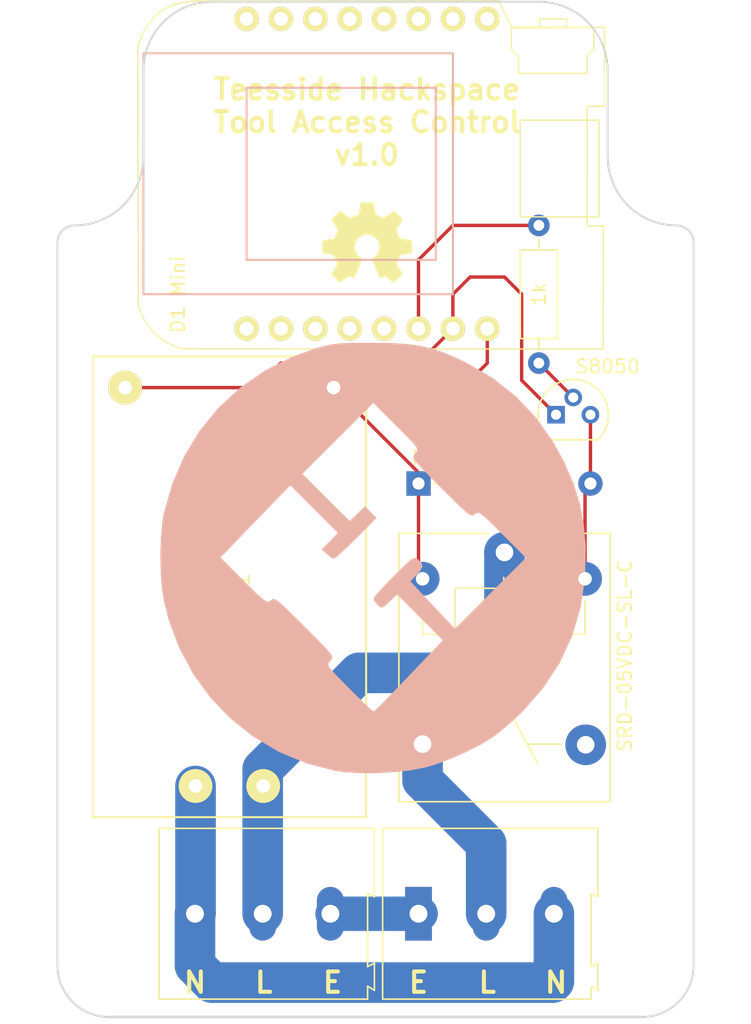
<source format=kicad_pcb>
(kicad_pcb (version 20171130) (host pcbnew "(5.0.0-3-g5ebb6b6)")

  (general
    (thickness 1.6)
    (drawings 21)
    (tracks 42)
    (zones 0)
    (modules 14)
    (nets 1)
  )

  (page A4)
  (layers
    (0 F.Cu signal)
    (31 B.Cu signal)
    (32 B.Adhes user)
    (33 F.Adhes user)
    (34 B.Paste user)
    (35 F.Paste user)
    (36 B.SilkS user)
    (37 F.SilkS user)
    (38 B.Mask user)
    (39 F.Mask user)
    (40 Dwgs.User user)
    (41 Cmts.User user)
    (42 Eco1.User user)
    (43 Eco2.User user)
    (44 Edge.Cuts user)
    (45 Margin user)
    (46 B.CrtYd user)
    (47 F.CrtYd user)
    (48 B.Fab user)
    (49 F.Fab user)
  )

  (setup
    (last_trace_width 0.25)
    (user_trace_width 1)
    (user_trace_width 2.54)
    (user_trace_width 3)
    (trace_clearance 0.2)
    (zone_clearance 0.508)
    (zone_45_only no)
    (trace_min 0.2)
    (segment_width 0.2)
    (edge_width 0.15)
    (via_size 0.8)
    (via_drill 0.4)
    (via_min_size 0.4)
    (via_min_drill 0.3)
    (uvia_size 0.3)
    (uvia_drill 0.1)
    (uvias_allowed no)
    (uvia_min_size 0.2)
    (uvia_min_drill 0.1)
    (pcb_text_width 0.3)
    (pcb_text_size 1.5 1.5)
    (mod_edge_width 0.15)
    (mod_text_size 1 1)
    (mod_text_width 0.15)
    (pad_size 1.524 1.524)
    (pad_drill 0.762)
    (pad_to_mask_clearance 0.2)
    (aux_axis_origin 0 0)
    (visible_elements FFFFFF7F)
    (pcbplotparams
      (layerselection 0x010fc_ffffffff)
      (usegerberextensions false)
      (usegerberattributes false)
      (usegerberadvancedattributes false)
      (creategerberjobfile false)
      (excludeedgelayer true)
      (linewidth 0.100000)
      (plotframeref false)
      (viasonmask false)
      (mode 1)
      (useauxorigin false)
      (hpglpennumber 1)
      (hpglpenspeed 20)
      (hpglpendiameter 15.000000)
      (psnegative false)
      (psa4output false)
      (plotreference true)
      (plotvalue true)
      (plotinvisibletext false)
      (padsonsilk false)
      (subtractmaskfromsilk false)
      (outputformat 1)
      (mirror false)
      (drillshape 1)
      (scaleselection 1)
      (outputdirectory ""))
  )

  (net 0 "")

  (net_class Default "This is the default net class."
    (clearance 0.2)
    (trace_width 0.25)
    (via_dia 0.8)
    (via_drill 0.4)
    (uvia_dia 0.3)
    (uvia_drill 0.1)
  )

  (module MountingHole:MountingHole_3.5mm (layer F.Cu) (tedit 5C16F2E8) (tstamp 5C18E8B6)
    (at 101.6 137.16)
    (descr "Mounting Hole 3.5mm, no annular")
    (tags "mounting hole 3.5mm no annular")
    (attr virtual)
    (fp_text reference REF** (at 0 -4.5) (layer F.SilkS) hide
      (effects (font (size 1 1) (thickness 0.15)))
    )
    (fp_text value MountingHole_3.5mm (at 0 4.5) (layer F.Fab)
      (effects (font (size 1 1) (thickness 0.15)))
    )
    (fp_text user %R (at 0.3 0) (layer F.Fab)
      (effects (font (size 1 1) (thickness 0.15)))
    )
    (fp_circle (center 0 0) (end 3.5 0) (layer Cmts.User) (width 0.15))
    (fp_circle (center 0 0) (end 3.75 0) (layer F.CrtYd) (width 0.05))
    (pad 1 np_thru_hole circle (at 0 0) (size 3.5 3.5) (drill 3.5) (layers *.Cu *.Mask))
  )

  (module Module:D1_mini_board (layer F.Cu) (tedit 5C16F76D) (tstamp 5C185E67)
    (at 121.92 81.28 90)
    (fp_text reference "D1 Mini" (at -8.89 -15.24 90) (layer F.SilkS)
      (effects (font (size 1 1) (thickness 0.15)))
    )
    (fp_text value D1_mini_board (at 1.27 -19.05 90) (layer F.Fab)
      (effects (font (size 1 1) (thickness 0.15)))
    )
    (fp_text user WeMos (at 0 -15.24 90) (layer F.SilkS) hide
      (effects (font (size 3 3) (thickness 0.15)))
    )
    (fp_line (start -6.35 3.81) (end -6.35 -10.16) (layer B.SilkS) (width 0.15))
    (fp_line (start -6.35 -10.16) (end 6.35 -10.16) (layer B.SilkS) (width 0.15))
    (fp_line (start 6.35 -10.16) (end 6.35 3.81) (layer B.SilkS) (width 0.15))
    (fp_line (start 6.35 3.81) (end -6.35 3.81) (layer B.SilkS) (width 0.15))
    (fp_line (start -8.89 5.08) (end 8.89 5.08) (layer B.SilkS) (width 0.15))
    (fp_line (start 8.89 5.08) (end 8.89 -17.78) (layer B.SilkS) (width 0.15))
    (fp_line (start 8.89 -17.78) (end -8.89 -17.78) (layer B.SilkS) (width 0.15))
    (fp_line (start -8.89 -17.78) (end -8.89 5.08) (layer B.SilkS) (width 0.15))
    (fp_line (start 10.817472 16.277228) (end 5.00618 16.277228) (layer F.SilkS) (width 0.1))
    (fp_line (start 5.00618 16.277228) (end 4.979849 14.993795) (layer F.SilkS) (width 0.1))
    (fp_line (start 4.979849 14.993795) (end -3.851373 15.000483) (layer F.SilkS) (width 0.1))
    (fp_line (start -3.851373 15.000483) (end -3.849397 16.202736) (layer F.SilkS) (width 0.1))
    (fp_line (start -3.849397 16.202736) (end -12.930193 16.176658) (layer F.SilkS) (width 0.1))
    (fp_line (start -12.930193 16.176658) (end -12.916195 -14.993493) (layer F.SilkS) (width 0.1))
    (fp_line (start -12.916195 -14.993493) (end -12.683384 -15.596286) (layer F.SilkS) (width 0.1))
    (fp_line (start -12.683384 -15.596286) (end -12.399901 -16.141167) (layer F.SilkS) (width 0.1))
    (fp_line (start -12.399901 -16.141167) (end -12.065253 -16.627577) (layer F.SilkS) (width 0.1))
    (fp_line (start -12.065253 -16.627577) (end -11.678953 -17.054952) (layer F.SilkS) (width 0.1))
    (fp_line (start -11.678953 -17.054952) (end -11.240512 -17.422741) (layer F.SilkS) (width 0.1))
    (fp_line (start -11.240512 -17.422741) (end -10.74944 -17.730377) (layer F.SilkS) (width 0.1))
    (fp_line (start -10.74944 -17.730377) (end -10.20525 -17.97731) (layer F.SilkS) (width 0.1))
    (fp_line (start -10.20525 -17.97731) (end -9.607453 -18.162976) (layer F.SilkS) (width 0.1))
    (fp_line (start -9.607453 -18.162976) (end 9.43046 -18.191734) (layer F.SilkS) (width 0.1))
    (fp_line (start 9.43046 -18.191734) (end 10.049824 -17.957741) (layer F.SilkS) (width 0.1))
    (fp_line (start 10.049824 -17.957741) (end 10.638018 -17.673258) (layer F.SilkS) (width 0.1))
    (fp_line (start 10.638018 -17.673258) (end 11.181445 -17.323743) (layer F.SilkS) (width 0.1))
    (fp_line (start 11.181445 -17.323743) (end 11.666503 -16.894658) (layer F.SilkS) (width 0.1))
    (fp_line (start 11.666503 -16.894658) (end 12.079595 -16.37146) (layer F.SilkS) (width 0.1))
    (fp_line (start 12.079595 -16.37146) (end 12.407122 -15.739613) (layer F.SilkS) (width 0.1))
    (fp_line (start 12.407122 -15.739613) (end 12.635482 -14.984575) (layer F.SilkS) (width 0.1))
    (fp_line (start 12.635482 -14.984575) (end 12.751078 -14.091807) (layer F.SilkS) (width 0.1))
    (fp_line (start 12.751078 -14.091807) (end 12.776026 8.463285) (layer F.SilkS) (width 0.1))
    (fp_line (start 12.776026 8.463285) (end 10.83248 9.424181) (layer F.SilkS) (width 0.1))
    (fp_line (start 10.83248 9.424181) (end 10.802686 16.232524) (layer F.SilkS) (width 0.1))
    (fp_line (start -3.17965 10.051451) (end 3.959931 10.051451) (layer F.SilkS) (width 0.1))
    (fp_line (start 3.959931 10.051451) (end 3.959931 15.865188) (layer F.SilkS) (width 0.1))
    (fp_line (start 3.959931 15.865188) (end -3.17965 15.865188) (layer F.SilkS) (width 0.1))
    (fp_line (start -3.17965 15.865188) (end -3.17965 10.051451) (layer F.SilkS) (width 0.1))
    (fp_line (start 10.7436 9.402349) (end 9.191378 9.402349) (layer F.SilkS) (width 0.1))
    (fp_line (start 9.191378 9.402349) (end 8.662211 9.931515) (layer F.SilkS) (width 0.1))
    (fp_line (start 8.662211 9.931515) (end 7.40985 9.931515) (layer F.SilkS) (width 0.1))
    (fp_line (start 7.40985 9.931515) (end 7.40985 14.993876) (layer F.SilkS) (width 0.1))
    (fp_line (start 7.40985 14.993876) (end 8.697489 14.993876) (layer F.SilkS) (width 0.1))
    (fp_line (start 8.697489 14.993876) (end 9.226656 15.487765) (layer F.SilkS) (width 0.1))
    (fp_line (start 9.226656 15.487765) (end 10.796517 15.487765) (layer F.SilkS) (width 0.1))
    (fp_line (start 10.796517 15.487765) (end 10.7436 9.402349) (layer F.SilkS) (width 0.1))
    (fp_line (start 10.778878 11.483738) (end 11.431517 11.483738) (layer F.SilkS) (width 0.1))
    (fp_line (start 11.431517 11.483738) (end 11.431517 13.476932) (layer F.SilkS) (width 0.1))
    (fp_line (start 11.431517 13.476932) (end 10.814156 13.476932) (layer F.SilkS) (width 0.1))
    (pad 8 thru_hole circle (at -11.43 -10.16 90) (size 1.8 1.8) (drill 1.016) (layers *.Cu *.Mask F.SilkS))
    (pad 7 thru_hole circle (at -11.43 -7.62 90) (size 1.8 1.8) (drill 1.016) (layers *.Cu *.Mask F.SilkS))
    (pad 6 thru_hole circle (at -11.43 -5.08 90) (size 1.8 1.8) (drill 1.016) (layers *.Cu *.Mask F.SilkS))
    (pad 5 thru_hole circle (at -11.43 -2.54 90) (size 1.8 1.8) (drill 1.016) (layers *.Cu *.Mask F.SilkS))
    (pad 4 thru_hole circle (at -11.43 0 90) (size 1.8 1.8) (drill 1.016) (layers *.Cu *.Mask F.SilkS))
    (pad 3 thru_hole circle (at -11.43 2.54 90) (size 1.8 1.8) (drill 1.016) (layers *.Cu *.Mask F.SilkS))
    (pad 2 thru_hole circle (at -11.43 5.08 90) (size 1.8 1.8) (drill 1.016) (layers *.Cu *.Mask F.SilkS))
    (pad 1 thru_hole circle (at -11.43 7.62 90) (size 1.8 1.8) (drill 1.016) (layers *.Cu *.Mask F.SilkS))
    (pad 16 thru_hole circle (at 11.43 7.62 90) (size 1.8 1.8) (drill 1.016) (layers *.Cu *.Mask F.SilkS))
    (pad 15 thru_hole circle (at 11.43 5.08 90) (size 1.8 1.8) (drill 1.016) (layers *.Cu *.Mask F.SilkS))
    (pad 14 thru_hole circle (at 11.43 2.54 90) (size 1.8 1.8) (drill 1.016) (layers *.Cu *.Mask F.SilkS))
    (pad 13 thru_hole circle (at 11.43 0 90) (size 1.8 1.8) (drill 1.016) (layers *.Cu *.Mask F.SilkS))
    (pad 12 thru_hole circle (at 11.43 -2.54 90) (size 1.8 1.8) (drill 1.016) (layers *.Cu *.Mask F.SilkS))
    (pad 11 thru_hole circle (at 11.43 -5.08 90) (size 1.8 1.8) (drill 1.016) (layers *.Cu *.Mask F.SilkS))
    (pad 10 thru_hole circle (at 11.43 -7.62 90) (size 1.8 1.8) (drill 1.016) (layers *.Cu *.Mask F.SilkS))
    (pad 9 thru_hole circle (at 11.43 -10.16 90) (size 1.8 1.8) (drill 1.016) (layers *.Cu *.Mask F.SilkS))
  )

  (module Diode_THT:D_A-405_P12.70mm_Horizontal (layer F.Cu) (tedit 5C16EEA5) (tstamp 5C16EDA4)
    (at 124.46 104.14)
    (descr "Diode, A-405 series, Axial, Horizontal, pin pitch=12.7mm, , length*diameter=5.2*2.7mm^2, , http://www.diodes.com/_files/packages/A-405.pdf")
    (tags "Diode A-405 series Axial Horizontal pin pitch 12.7mm  length 5.2mm diameter 2.7mm")
    (fp_text reference 1N4007 (at 6.35 -2.47) (layer F.SilkS)
      (effects (font (size 1 1) (thickness 0.15)))
    )
    (fp_text value D_A-405_P12.70mm_Horizontal (at 6.35 2.47) (layer F.Fab)
      (effects (font (size 1 1) (thickness 0.15)))
    )
    (fp_text user K (at 0 -1.9) (layer F.SilkS)
      (effects (font (size 1 1) (thickness 0.15)))
    )
    (fp_text user K (at 0 -1.9) (layer F.Fab)
      (effects (font (size 1 1) (thickness 0.15)))
    )
    (fp_text user %R (at 6.74 0) (layer F.Fab)
      (effects (font (size 1 1) (thickness 0.15)))
    )
    (fp_line (start 13.85 -1.6) (end -1.15 -1.6) (layer F.CrtYd) (width 0.05))
    (fp_line (start 13.85 1.6) (end 13.85 -1.6) (layer F.CrtYd) (width 0.05))
    (fp_line (start -1.15 1.6) (end 13.85 1.6) (layer F.CrtYd) (width 0.05))
    (fp_line (start -1.15 -1.6) (end -1.15 1.6) (layer F.CrtYd) (width 0.05))
    (fp_line (start 4.41 -1.47) (end 4.41 1.47) (layer F.SilkS) (width 0.12))
    (fp_line (start 4.65 -1.47) (end 4.65 1.47) (layer F.SilkS) (width 0.12))
    (fp_line (start 4.53 -1.47) (end 4.53 1.47) (layer F.SilkS) (width 0.12))
    (fp_line (start 11.56 0) (end 9.07 0) (layer F.SilkS) (width 0.12))
    (fp_line (start 1.14 0) (end 3.63 0) (layer F.SilkS) (width 0.12))
    (fp_line (start 9.07 -1.47) (end 3.63 -1.47) (layer F.SilkS) (width 0.12))
    (fp_line (start 9.07 1.47) (end 9.07 -1.47) (layer F.SilkS) (width 0.12))
    (fp_line (start 3.63 1.47) (end 9.07 1.47) (layer F.SilkS) (width 0.12))
    (fp_line (start 3.63 -1.47) (end 3.63 1.47) (layer F.SilkS) (width 0.12))
    (fp_line (start 4.43 -1.35) (end 4.43 1.35) (layer F.Fab) (width 0.1))
    (fp_line (start 4.63 -1.35) (end 4.63 1.35) (layer F.Fab) (width 0.1))
    (fp_line (start 4.53 -1.35) (end 4.53 1.35) (layer F.Fab) (width 0.1))
    (fp_line (start 12.7 0) (end 8.95 0) (layer F.Fab) (width 0.1))
    (fp_line (start 0 0) (end 3.75 0) (layer F.Fab) (width 0.1))
    (fp_line (start 8.95 -1.35) (end 3.75 -1.35) (layer F.Fab) (width 0.1))
    (fp_line (start 8.95 1.35) (end 8.95 -1.35) (layer F.Fab) (width 0.1))
    (fp_line (start 3.75 1.35) (end 8.95 1.35) (layer F.Fab) (width 0.1))
    (fp_line (start 3.75 -1.35) (end 3.75 1.35) (layer F.Fab) (width 0.1))
    (pad 2 thru_hole oval (at 12.7 0) (size 1.8 1.8) (drill 0.9) (layers *.Cu *.Mask))
    (pad 1 thru_hole rect (at 0 0) (size 1.8 1.8) (drill 0.9) (layers *.Cu *.Mask))
    (model ${KISYS3DMOD}/Diode_THT.3dshapes/D_A-405_P12.70mm_Horizontal.wrl
      (at (xyz 0 0 0))
      (scale (xyz 1 1 1))
      (rotate (xyz 0 0 0))
    )
  )

  (module TerminalBlock:TerminalBlock_Altech_AK300-3_P5.00mm (layer F.Cu) (tedit 5C16EEB9) (tstamp 5C1949C6)
    (at 107.95 135.89)
    (descr "Altech AK300 terminal block, pitch 5.0mm, 45 degree angled, see http://www.mouser.com/ds/2/16/PCBMETRC-24178.pdf")
    (tags "Altech AK300 terminal block pitch 5.0mm")
    (fp_text reference REF** (at 5 -7.1) (layer F.SilkS) hide
      (effects (font (size 1 1) (thickness 0.15)))
    )
    (fp_text value TerminalBlock_Altech_AK300-3_P5.00mm (at 4.95 7.3) (layer F.Fab)
      (effects (font (size 1 1) (thickness 0.15)))
    )
    (fp_arc (start -1.16 -4.66) (end -1.44 -4.14) (angle 104.2) (layer F.Fab) (width 0.1))
    (fp_arc (start -0.04 -3.72) (end -1.64 -5.01) (angle 100) (layer F.Fab) (width 0.1))
    (fp_arc (start 0.04 -6.08) (end 1.5 -4.13) (angle 75.5) (layer F.Fab) (width 0.1))
    (fp_arc (start 1 -4.6) (end 1.51 -5.06) (angle 90.5) (layer F.Fab) (width 0.1))
    (fp_arc (start 3.85 -4.66) (end 3.56 -4.14) (angle 104.2) (layer F.Fab) (width 0.1))
    (fp_arc (start 4.96 -3.72) (end 3.36 -5.01) (angle 100) (layer F.Fab) (width 0.1))
    (fp_arc (start 5.04 -6.08) (end 6.5 -4.13) (angle 75.5) (layer F.Fab) (width 0.1))
    (fp_arc (start 6.01 -4.6) (end 6.51 -5.06) (angle 90.5) (layer F.Fab) (width 0.1))
    (fp_arc (start 11.09 -4.6) (end 11.59 -5.06) (angle 90.5) (layer F.Fab) (width 0.1))
    (fp_arc (start 10.12 -6.08) (end 11.58 -4.13) (angle 75.5) (layer F.Fab) (width 0.1))
    (fp_arc (start 10.04 -3.72) (end 8.44 -5.01) (angle 100) (layer F.Fab) (width 0.1))
    (fp_arc (start 8.93 -4.66) (end 8.64 -4.14) (angle 104.2) (layer F.Fab) (width 0.1))
    (fp_line (start 13.42 6.46) (end -2.83 6.46) (layer F.CrtYd) (width 0.05))
    (fp_line (start 13.42 6.46) (end 13.42 -6.48) (layer F.CrtYd) (width 0.05))
    (fp_line (start -2.83 -6.48) (end -2.83 6.46) (layer F.CrtYd) (width 0.05))
    (fp_line (start -2.83 -6.48) (end 13.42 -6.48) (layer F.CrtYd) (width 0.05))
    (fp_line (start 3.34 -0.26) (end 6.64 -0.26) (layer F.Fab) (width 0.1))
    (fp_line (start 2.96 -0.26) (end 3.34 -0.26) (layer F.Fab) (width 0.1))
    (fp_line (start 7.02 -0.26) (end 6.64 -0.26) (layer F.Fab) (width 0.1))
    (fp_line (start 1.64 -0.26) (end -1.67 -0.26) (layer F.Fab) (width 0.1))
    (fp_line (start 2.02 -0.26) (end 1.64 -0.26) (layer F.Fab) (width 0.1))
    (fp_line (start -2.05 -0.26) (end -1.67 -0.26) (layer F.Fab) (width 0.1))
    (fp_line (start -1.51 -4.33) (end 1.53 -4.96) (layer F.Fab) (width 0.1))
    (fp_line (start -1.64 -4.46) (end 1.41 -5.09) (layer F.Fab) (width 0.1))
    (fp_line (start 3.49 -4.33) (end 6.54 -4.96) (layer F.Fab) (width 0.1))
    (fp_line (start 3.36 -4.46) (end 6.41 -5.09) (layer F.Fab) (width 0.1))
    (fp_line (start 2.02 -5.98) (end -2.05 -5.98) (layer F.Fab) (width 0.1))
    (fp_line (start -2.05 -3.44) (end -2.05 -5.98) (layer F.Fab) (width 0.1))
    (fp_line (start 2.02 -3.44) (end -2.05 -3.44) (layer F.Fab) (width 0.1))
    (fp_line (start 2.02 -3.44) (end 2.02 -5.98) (layer F.Fab) (width 0.1))
    (fp_line (start 7.02 -3.44) (end 2.96 -3.44) (layer F.Fab) (width 0.1))
    (fp_line (start 7.02 -5.98) (end 7.02 -3.44) (layer F.Fab) (width 0.1))
    (fp_line (start 2.96 -5.98) (end 7.02 -5.98) (layer F.Fab) (width 0.1))
    (fp_line (start 2.96 -3.44) (end 2.96 -5.98) (layer F.Fab) (width 0.1))
    (fp_line (start -2.58 -3.19) (end -2.58 -6.23) (layer F.Fab) (width 0.1))
    (fp_line (start -2.58 -3.19) (end 7.58 -3.19) (layer F.Fab) (width 0.1))
    (fp_line (start -2.58 -0.65) (end -2.58 -3.19) (layer F.Fab) (width 0.1))
    (fp_line (start -2.58 6.21) (end -2.58 -0.65) (layer F.Fab) (width 0.1))
    (fp_line (start 6.64 0.5) (end 6.26 0.5) (layer F.Fab) (width 0.1))
    (fp_line (start 3.34 0.5) (end 3.72 0.5) (layer F.Fab) (width 0.1))
    (fp_line (start 1.64 0.5) (end 1.26 0.5) (layer F.Fab) (width 0.1))
    (fp_line (start -1.67 0.5) (end -1.28 0.5) (layer F.Fab) (width 0.1))
    (fp_line (start -1.67 3.67) (end -1.67 0.5) (layer F.Fab) (width 0.1))
    (fp_line (start 1.64 3.67) (end -1.67 3.67) (layer F.Fab) (width 0.1))
    (fp_line (start 1.64 3.67) (end 1.64 0.5) (layer F.Fab) (width 0.1))
    (fp_line (start 3.34 3.67) (end 3.34 0.5) (layer F.Fab) (width 0.1))
    (fp_line (start 6.64 3.67) (end 3.34 3.67) (layer F.Fab) (width 0.1))
    (fp_line (start 6.64 3.67) (end 6.64 0.5) (layer F.Fab) (width 0.1))
    (fp_line (start -2.05 4.31) (end -2.05 6.21) (layer F.Fab) (width 0.1))
    (fp_line (start 2.02 4.31) (end 2.02 -0.26) (layer F.Fab) (width 0.1))
    (fp_line (start 2.02 4.31) (end -2.05 4.31) (layer F.Fab) (width 0.1))
    (fp_line (start 7.02 4.31) (end 7.02 6.21) (layer F.Fab) (width 0.1))
    (fp_line (start 2.96 4.31) (end 2.96 -0.26) (layer F.Fab) (width 0.1))
    (fp_line (start 2.96 4.31) (end 7.02 4.31) (layer F.Fab) (width 0.1))
    (fp_line (start -2.05 6.21) (end 2.02 6.21) (layer F.Fab) (width 0.1))
    (fp_line (start -2.58 6.21) (end -2.05 6.21) (layer F.Fab) (width 0.1))
    (fp_line (start -2.05 -0.26) (end -2.05 4.31) (layer F.Fab) (width 0.1))
    (fp_line (start 2.02 6.21) (end 2.96 6.21) (layer F.Fab) (width 0.1))
    (fp_line (start 2.02 6.21) (end 2.02 4.31) (layer F.Fab) (width 0.1))
    (fp_line (start 7.02 6.21) (end 7.58 6.21) (layer F.Fab) (width 0.1))
    (fp_line (start 2.96 6.21) (end 7.02 6.21) (layer F.Fab) (width 0.1))
    (fp_line (start 7.02 -0.26) (end 7.02 4.31) (layer F.Fab) (width 0.1))
    (fp_line (start 2.96 6.21) (end 2.96 4.31) (layer F.Fab) (width 0.1))
    (fp_line (start 8.02 4.05) (end 8.02 5.2) (layer F.Fab) (width 0.1))
    (fp_line (start 8.02 5.2) (end 8.02 6.21) (layer F.Fab) (width 0.1))
    (fp_line (start 3.72 2.53) (end 3.72 -0.26) (layer F.Fab) (width 0.1))
    (fp_line (start 3.72 -0.26) (end 6.26 -0.26) (layer F.Fab) (width 0.1))
    (fp_line (start 6.26 2.53) (end 6.26 -0.26) (layer F.Fab) (width 0.1))
    (fp_line (start 3.72 2.53) (end 6.26 2.53) (layer F.Fab) (width 0.1))
    (fp_line (start -1.28 2.53) (end -1.28 -0.26) (layer F.Fab) (width 0.1))
    (fp_line (start -1.28 -0.26) (end 1.26 -0.26) (layer F.Fab) (width 0.1))
    (fp_line (start 1.26 2.53) (end 1.26 -0.26) (layer F.Fab) (width 0.1))
    (fp_line (start -1.28 2.53) (end 1.26 2.53) (layer F.Fab) (width 0.1))
    (fp_line (start 8.8 2.53) (end 11.34 2.53) (layer F.Fab) (width 0.1))
    (fp_line (start 11.34 2.53) (end 11.34 -0.26) (layer F.Fab) (width 0.1))
    (fp_line (start 8.8 -0.26) (end 11.34 -0.26) (layer F.Fab) (width 0.1))
    (fp_line (start 8.8 2.53) (end 8.8 -0.26) (layer F.Fab) (width 0.1))
    (fp_line (start 12.66 -6.23) (end 12.66 -3.19) (layer F.Fab) (width 0.1))
    (fp_line (start 12.66 -6.23) (end 13.17 -6.23) (layer F.Fab) (width 0.1))
    (fp_line (start 13.17 -6.23) (end 13.17 -1.41) (layer F.Fab) (width 0.1))
    (fp_line (start 13.17 -1.41) (end 12.66 -1.66) (layer F.Fab) (width 0.1))
    (fp_line (start 13.17 5.45) (end 12.66 5.2) (layer F.Fab) (width 0.1))
    (fp_line (start 12.66 5.2) (end 12.66 6.21) (layer F.Fab) (width 0.1))
    (fp_line (start 13.17 3.8) (end 12.66 4.05) (layer F.Fab) (width 0.1))
    (fp_line (start 12.66 4.05) (end 12.66 5.2) (layer F.Fab) (width 0.1))
    (fp_line (start 13.17 3.8) (end 13.17 5.45) (layer F.Fab) (width 0.1))
    (fp_line (start 8.04 6.21) (end 8.04 4.31) (layer F.Fab) (width 0.1))
    (fp_line (start 12.1 -0.26) (end 12.1 4.31) (layer F.Fab) (width 0.1))
    (fp_line (start 12.1 6.21) (end 12.66 6.21) (layer F.Fab) (width 0.1))
    (fp_line (start 8.04 4.31) (end 12.1 4.31) (layer F.Fab) (width 0.1))
    (fp_line (start 12.1 4.31) (end 12.1 6.21) (layer F.Fab) (width 0.1))
    (fp_line (start 11.72 3.67) (end 11.72 0.5) (layer F.Fab) (width 0.1))
    (fp_line (start 11.72 3.67) (end 8.42 3.67) (layer F.Fab) (width 0.1))
    (fp_line (start 8.42 3.67) (end 8.42 0.5) (layer F.Fab) (width 0.1))
    (fp_line (start 8.42 0.5) (end 8.8 0.5) (layer F.Fab) (width 0.1))
    (fp_line (start 11.72 0.5) (end 11.34 0.5) (layer F.Fab) (width 0.1))
    (fp_line (start 12.66 -1.66) (end 12.66 -0.65) (layer F.Fab) (width 0.1))
    (fp_line (start 12.66 -0.65) (end 12.66 4.05) (layer F.Fab) (width 0.1))
    (fp_line (start 12.66 -3.19) (end 12.66 -1.66) (layer F.Fab) (width 0.1))
    (fp_line (start 8.04 -3.44) (end 8.04 -5.98) (layer F.Fab) (width 0.1))
    (fp_line (start 8.04 -5.98) (end 12.1 -5.98) (layer F.Fab) (width 0.1))
    (fp_line (start 12.1 -5.98) (end 12.1 -3.44) (layer F.Fab) (width 0.1))
    (fp_line (start 12.1 -3.44) (end 8.04 -3.44) (layer F.Fab) (width 0.1))
    (fp_line (start 8.44 -4.46) (end 11.49 -5.09) (layer F.Fab) (width 0.1))
    (fp_line (start 8.57 -4.33) (end 11.62 -4.96) (layer F.Fab) (width 0.1))
    (fp_line (start 12.1 -0.26) (end 11.72 -0.26) (layer F.Fab) (width 0.1))
    (fp_line (start 8.04 -0.26) (end 8.42 -0.26) (layer F.Fab) (width 0.1))
    (fp_line (start 8.42 -0.26) (end 11.72 -0.26) (layer F.Fab) (width 0.1))
    (fp_line (start -2.58 -6.23) (end 12.66 -6.23) (layer F.Fab) (width 0.1))
    (fp_line (start 7.58 -3.19) (end 12.6 -3.19) (layer F.Fab) (width 0.1))
    (fp_line (start 12.09 6.21) (end 7.58 6.21) (layer F.Fab) (width 0.1))
    (fp_line (start 8.02 3.99) (end 8.02 -0.26) (layer F.Fab) (width 0.1))
    (fp_line (start 12.66 -0.65) (end -2.52 -0.65) (layer F.Fab) (width 0.1))
    (fp_line (start 13.25 -6.3) (end -2.65 -6.3) (layer F.SilkS) (width 0.12))
    (fp_line (start 13.25 -1.25) (end 13.25 -6.3) (layer F.SilkS) (width 0.12))
    (fp_line (start 12.75 -1.5) (end 13.25 -1.25) (layer F.SilkS) (width 0.12))
    (fp_line (start 12.75 3.9) (end 12.75 -1.5) (layer F.SilkS) (width 0.12))
    (fp_line (start 13.25 3.65) (end 12.75 3.9) (layer F.SilkS) (width 0.12))
    (fp_line (start 13.25 5.65) (end 13.25 3.65) (layer F.SilkS) (width 0.12))
    (fp_line (start 12.75 5.35) (end 13.25 5.65) (layer F.SilkS) (width 0.12))
    (fp_line (start 12.75 6.3) (end 12.75 5.35) (layer F.SilkS) (width 0.12))
    (fp_line (start -2.65 6.3) (end 12.75 6.3) (layer F.SilkS) (width 0.12))
    (fp_line (start -2.65 -6.3) (end -2.65 6.3) (layer F.SilkS) (width 0.12))
    (fp_text user %R (at 5 -2) (layer F.Fab)
      (effects (font (size 1 1) (thickness 0.15)))
    )
    (pad 3 thru_hole oval (at 10 0) (size 1.98 3.96) (drill 1.32) (layers *.Cu *.Mask))
    (pad 2 thru_hole oval (at 5 0) (size 1.98 3.96) (drill 1.32) (layers *.Cu *.Mask))
    (pad 1 thru_hole rect (at 0 0) (size 1.98 3.96) (drill 1.32) (layers *.Cu *.Mask))
    (model ${KISYS3DMOD}/TerminalBlock.3dshapes/TerminalBlock_Altech_AK300-3_P5.00mm.wrl
      (at (xyz 0 0 0))
      (scale (xyz 1 1 1))
      (rotate (xyz 0 0 0))
    )
  )

  (module TerminalBlock:TerminalBlock_Altech_AK300-3_P5.00mm (layer F.Cu) (tedit 5C16EEB5) (tstamp 5C194ACB)
    (at 124.46 135.89)
    (descr "Altech AK300 terminal block, pitch 5.0mm, 45 degree angled, see http://www.mouser.com/ds/2/16/PCBMETRC-24178.pdf")
    (tags "Altech AK300 terminal block pitch 5.0mm")
    (fp_text reference REF** (at 5 -7.1) (layer F.SilkS) hide
      (effects (font (size 1 1) (thickness 0.15)))
    )
    (fp_text value TerminalBlock_Altech_AK300-3_P5.00mm (at 4.95 7.3) (layer F.Fab)
      (effects (font (size 1 1) (thickness 0.15)))
    )
    (fp_arc (start -1.16 -4.66) (end -1.44 -4.14) (angle 104.2) (layer F.Fab) (width 0.1))
    (fp_arc (start -0.04 -3.72) (end -1.64 -5.01) (angle 100) (layer F.Fab) (width 0.1))
    (fp_arc (start 0.04 -6.08) (end 1.5 -4.13) (angle 75.5) (layer F.Fab) (width 0.1))
    (fp_arc (start 1 -4.6) (end 1.51 -5.06) (angle 90.5) (layer F.Fab) (width 0.1))
    (fp_arc (start 3.85 -4.66) (end 3.56 -4.14) (angle 104.2) (layer F.Fab) (width 0.1))
    (fp_arc (start 4.96 -3.72) (end 3.36 -5.01) (angle 100) (layer F.Fab) (width 0.1))
    (fp_arc (start 5.04 -6.08) (end 6.5 -4.13) (angle 75.5) (layer F.Fab) (width 0.1))
    (fp_arc (start 6.01 -4.6) (end 6.51 -5.06) (angle 90.5) (layer F.Fab) (width 0.1))
    (fp_arc (start 11.09 -4.6) (end 11.59 -5.06) (angle 90.5) (layer F.Fab) (width 0.1))
    (fp_arc (start 10.12 -6.08) (end 11.58 -4.13) (angle 75.5) (layer F.Fab) (width 0.1))
    (fp_arc (start 10.04 -3.72) (end 8.44 -5.01) (angle 100) (layer F.Fab) (width 0.1))
    (fp_arc (start 8.93 -4.66) (end 8.64 -4.14) (angle 104.2) (layer F.Fab) (width 0.1))
    (fp_line (start 13.42 6.46) (end -2.83 6.46) (layer F.CrtYd) (width 0.05))
    (fp_line (start 13.42 6.46) (end 13.42 -6.48) (layer F.CrtYd) (width 0.05))
    (fp_line (start -2.83 -6.48) (end -2.83 6.46) (layer F.CrtYd) (width 0.05))
    (fp_line (start -2.83 -6.48) (end 13.42 -6.48) (layer F.CrtYd) (width 0.05))
    (fp_line (start 3.34 -0.26) (end 6.64 -0.26) (layer F.Fab) (width 0.1))
    (fp_line (start 2.96 -0.26) (end 3.34 -0.26) (layer F.Fab) (width 0.1))
    (fp_line (start 7.02 -0.26) (end 6.64 -0.26) (layer F.Fab) (width 0.1))
    (fp_line (start 1.64 -0.26) (end -1.67 -0.26) (layer F.Fab) (width 0.1))
    (fp_line (start 2.02 -0.26) (end 1.64 -0.26) (layer F.Fab) (width 0.1))
    (fp_line (start -2.05 -0.26) (end -1.67 -0.26) (layer F.Fab) (width 0.1))
    (fp_line (start -1.51 -4.33) (end 1.53 -4.96) (layer F.Fab) (width 0.1))
    (fp_line (start -1.64 -4.46) (end 1.41 -5.09) (layer F.Fab) (width 0.1))
    (fp_line (start 3.49 -4.33) (end 6.54 -4.96) (layer F.Fab) (width 0.1))
    (fp_line (start 3.36 -4.46) (end 6.41 -5.09) (layer F.Fab) (width 0.1))
    (fp_line (start 2.02 -5.98) (end -2.05 -5.98) (layer F.Fab) (width 0.1))
    (fp_line (start -2.05 -3.44) (end -2.05 -5.98) (layer F.Fab) (width 0.1))
    (fp_line (start 2.02 -3.44) (end -2.05 -3.44) (layer F.Fab) (width 0.1))
    (fp_line (start 2.02 -3.44) (end 2.02 -5.98) (layer F.Fab) (width 0.1))
    (fp_line (start 7.02 -3.44) (end 2.96 -3.44) (layer F.Fab) (width 0.1))
    (fp_line (start 7.02 -5.98) (end 7.02 -3.44) (layer F.Fab) (width 0.1))
    (fp_line (start 2.96 -5.98) (end 7.02 -5.98) (layer F.Fab) (width 0.1))
    (fp_line (start 2.96 -3.44) (end 2.96 -5.98) (layer F.Fab) (width 0.1))
    (fp_line (start -2.58 -3.19) (end -2.58 -6.23) (layer F.Fab) (width 0.1))
    (fp_line (start -2.58 -3.19) (end 7.58 -3.19) (layer F.Fab) (width 0.1))
    (fp_line (start -2.58 -0.65) (end -2.58 -3.19) (layer F.Fab) (width 0.1))
    (fp_line (start -2.58 6.21) (end -2.58 -0.65) (layer F.Fab) (width 0.1))
    (fp_line (start 6.64 0.5) (end 6.26 0.5) (layer F.Fab) (width 0.1))
    (fp_line (start 3.34 0.5) (end 3.72 0.5) (layer F.Fab) (width 0.1))
    (fp_line (start 1.64 0.5) (end 1.26 0.5) (layer F.Fab) (width 0.1))
    (fp_line (start -1.67 0.5) (end -1.28 0.5) (layer F.Fab) (width 0.1))
    (fp_line (start -1.67 3.67) (end -1.67 0.5) (layer F.Fab) (width 0.1))
    (fp_line (start 1.64 3.67) (end -1.67 3.67) (layer F.Fab) (width 0.1))
    (fp_line (start 1.64 3.67) (end 1.64 0.5) (layer F.Fab) (width 0.1))
    (fp_line (start 3.34 3.67) (end 3.34 0.5) (layer F.Fab) (width 0.1))
    (fp_line (start 6.64 3.67) (end 3.34 3.67) (layer F.Fab) (width 0.1))
    (fp_line (start 6.64 3.67) (end 6.64 0.5) (layer F.Fab) (width 0.1))
    (fp_line (start -2.05 4.31) (end -2.05 6.21) (layer F.Fab) (width 0.1))
    (fp_line (start 2.02 4.31) (end 2.02 -0.26) (layer F.Fab) (width 0.1))
    (fp_line (start 2.02 4.31) (end -2.05 4.31) (layer F.Fab) (width 0.1))
    (fp_line (start 7.02 4.31) (end 7.02 6.21) (layer F.Fab) (width 0.1))
    (fp_line (start 2.96 4.31) (end 2.96 -0.26) (layer F.Fab) (width 0.1))
    (fp_line (start 2.96 4.31) (end 7.02 4.31) (layer F.Fab) (width 0.1))
    (fp_line (start -2.05 6.21) (end 2.02 6.21) (layer F.Fab) (width 0.1))
    (fp_line (start -2.58 6.21) (end -2.05 6.21) (layer F.Fab) (width 0.1))
    (fp_line (start -2.05 -0.26) (end -2.05 4.31) (layer F.Fab) (width 0.1))
    (fp_line (start 2.02 6.21) (end 2.96 6.21) (layer F.Fab) (width 0.1))
    (fp_line (start 2.02 6.21) (end 2.02 4.31) (layer F.Fab) (width 0.1))
    (fp_line (start 7.02 6.21) (end 7.58 6.21) (layer F.Fab) (width 0.1))
    (fp_line (start 2.96 6.21) (end 7.02 6.21) (layer F.Fab) (width 0.1))
    (fp_line (start 7.02 -0.26) (end 7.02 4.31) (layer F.Fab) (width 0.1))
    (fp_line (start 2.96 6.21) (end 2.96 4.31) (layer F.Fab) (width 0.1))
    (fp_line (start 8.02 4.05) (end 8.02 5.2) (layer F.Fab) (width 0.1))
    (fp_line (start 8.02 5.2) (end 8.02 6.21) (layer F.Fab) (width 0.1))
    (fp_line (start 3.72 2.53) (end 3.72 -0.26) (layer F.Fab) (width 0.1))
    (fp_line (start 3.72 -0.26) (end 6.26 -0.26) (layer F.Fab) (width 0.1))
    (fp_line (start 6.26 2.53) (end 6.26 -0.26) (layer F.Fab) (width 0.1))
    (fp_line (start 3.72 2.53) (end 6.26 2.53) (layer F.Fab) (width 0.1))
    (fp_line (start -1.28 2.53) (end -1.28 -0.26) (layer F.Fab) (width 0.1))
    (fp_line (start -1.28 -0.26) (end 1.26 -0.26) (layer F.Fab) (width 0.1))
    (fp_line (start 1.26 2.53) (end 1.26 -0.26) (layer F.Fab) (width 0.1))
    (fp_line (start -1.28 2.53) (end 1.26 2.53) (layer F.Fab) (width 0.1))
    (fp_line (start 8.8 2.53) (end 11.34 2.53) (layer F.Fab) (width 0.1))
    (fp_line (start 11.34 2.53) (end 11.34 -0.26) (layer F.Fab) (width 0.1))
    (fp_line (start 8.8 -0.26) (end 11.34 -0.26) (layer F.Fab) (width 0.1))
    (fp_line (start 8.8 2.53) (end 8.8 -0.26) (layer F.Fab) (width 0.1))
    (fp_line (start 12.66 -6.23) (end 12.66 -3.19) (layer F.Fab) (width 0.1))
    (fp_line (start 12.66 -6.23) (end 13.17 -6.23) (layer F.Fab) (width 0.1))
    (fp_line (start 13.17 -6.23) (end 13.17 -1.41) (layer F.Fab) (width 0.1))
    (fp_line (start 13.17 -1.41) (end 12.66 -1.66) (layer F.Fab) (width 0.1))
    (fp_line (start 13.17 5.45) (end 12.66 5.2) (layer F.Fab) (width 0.1))
    (fp_line (start 12.66 5.2) (end 12.66 6.21) (layer F.Fab) (width 0.1))
    (fp_line (start 13.17 3.8) (end 12.66 4.05) (layer F.Fab) (width 0.1))
    (fp_line (start 12.66 4.05) (end 12.66 5.2) (layer F.Fab) (width 0.1))
    (fp_line (start 13.17 3.8) (end 13.17 5.45) (layer F.Fab) (width 0.1))
    (fp_line (start 8.04 6.21) (end 8.04 4.31) (layer F.Fab) (width 0.1))
    (fp_line (start 12.1 -0.26) (end 12.1 4.31) (layer F.Fab) (width 0.1))
    (fp_line (start 12.1 6.21) (end 12.66 6.21) (layer F.Fab) (width 0.1))
    (fp_line (start 8.04 4.31) (end 12.1 4.31) (layer F.Fab) (width 0.1))
    (fp_line (start 12.1 4.31) (end 12.1 6.21) (layer F.Fab) (width 0.1))
    (fp_line (start 11.72 3.67) (end 11.72 0.5) (layer F.Fab) (width 0.1))
    (fp_line (start 11.72 3.67) (end 8.42 3.67) (layer F.Fab) (width 0.1))
    (fp_line (start 8.42 3.67) (end 8.42 0.5) (layer F.Fab) (width 0.1))
    (fp_line (start 8.42 0.5) (end 8.8 0.5) (layer F.Fab) (width 0.1))
    (fp_line (start 11.72 0.5) (end 11.34 0.5) (layer F.Fab) (width 0.1))
    (fp_line (start 12.66 -1.66) (end 12.66 -0.65) (layer F.Fab) (width 0.1))
    (fp_line (start 12.66 -0.65) (end 12.66 4.05) (layer F.Fab) (width 0.1))
    (fp_line (start 12.66 -3.19) (end 12.66 -1.66) (layer F.Fab) (width 0.1))
    (fp_line (start 8.04 -3.44) (end 8.04 -5.98) (layer F.Fab) (width 0.1))
    (fp_line (start 8.04 -5.98) (end 12.1 -5.98) (layer F.Fab) (width 0.1))
    (fp_line (start 12.1 -5.98) (end 12.1 -3.44) (layer F.Fab) (width 0.1))
    (fp_line (start 12.1 -3.44) (end 8.04 -3.44) (layer F.Fab) (width 0.1))
    (fp_line (start 8.44 -4.46) (end 11.49 -5.09) (layer F.Fab) (width 0.1))
    (fp_line (start 8.57 -4.33) (end 11.62 -4.96) (layer F.Fab) (width 0.1))
    (fp_line (start 12.1 -0.26) (end 11.72 -0.26) (layer F.Fab) (width 0.1))
    (fp_line (start 8.04 -0.26) (end 8.42 -0.26) (layer F.Fab) (width 0.1))
    (fp_line (start 8.42 -0.26) (end 11.72 -0.26) (layer F.Fab) (width 0.1))
    (fp_line (start -2.58 -6.23) (end 12.66 -6.23) (layer F.Fab) (width 0.1))
    (fp_line (start 7.58 -3.19) (end 12.6 -3.19) (layer F.Fab) (width 0.1))
    (fp_line (start 12.09 6.21) (end 7.58 6.21) (layer F.Fab) (width 0.1))
    (fp_line (start 8.02 3.99) (end 8.02 -0.26) (layer F.Fab) (width 0.1))
    (fp_line (start 12.66 -0.65) (end -2.52 -0.65) (layer F.Fab) (width 0.1))
    (fp_line (start 13.25 -6.3) (end -2.65 -6.3) (layer F.SilkS) (width 0.12))
    (fp_line (start 13.25 -1.25) (end 13.25 -6.3) (layer F.SilkS) (width 0.12))
    (fp_line (start 12.75 -1.5) (end 13.25 -1.25) (layer F.SilkS) (width 0.12))
    (fp_line (start 12.75 3.9) (end 12.75 -1.5) (layer F.SilkS) (width 0.12))
    (fp_line (start 13.25 3.65) (end 12.75 3.9) (layer F.SilkS) (width 0.12))
    (fp_line (start 13.25 5.65) (end 13.25 3.65) (layer F.SilkS) (width 0.12))
    (fp_line (start 12.75 5.35) (end 13.25 5.65) (layer F.SilkS) (width 0.12))
    (fp_line (start 12.75 6.3) (end 12.75 5.35) (layer F.SilkS) (width 0.12))
    (fp_line (start -2.65 6.3) (end 12.75 6.3) (layer F.SilkS) (width 0.12))
    (fp_line (start -2.65 -6.3) (end -2.65 6.3) (layer F.SilkS) (width 0.12))
    (fp_text user %R (at 5 -2) (layer F.Fab)
      (effects (font (size 1 1) (thickness 0.15)))
    )
    (pad 3 thru_hole oval (at 10 0) (size 1.98 3.96) (drill 1.32) (layers *.Cu *.Mask))
    (pad 2 thru_hole oval (at 5 0) (size 1.98 3.96) (drill 1.32) (layers *.Cu *.Mask))
    (pad 1 thru_hole rect (at 0 0) (size 1.98 3.96) (drill 1.32) (layers *.Cu *.Mask))
    (model ${KISYS3DMOD}/TerminalBlock.3dshapes/TerminalBlock_Altech_AK300-3_P5.00mm.wrl
      (at (xyz 0 0 0))
      (scale (xyz 1 1 1))
      (rotate (xyz 0 0 0))
    )
  )

  (module Module:HLK-PM01 (layer F.Cu) (tedit 57223426) (tstamp 5C19563E)
    (at 110.49 111.76 90)
    (fp_text reference U1 (at 0 1 90) (layer F.SilkS)
      (effects (font (size 1 1) (thickness 0.15)))
    )
    (fp_text value HLK-PM01 (at 0 -1 90) (layer F.Fab)
      (effects (font (size 1 1) (thickness 0.15)))
    )
    (fp_line (start -17 -10.1) (end -17 10.1) (layer F.SilkS) (width 0.15))
    (fp_line (start 17 -10.1) (end -17 -10.1) (layer F.SilkS) (width 0.15))
    (fp_line (start 17 -9.9) (end 17 -10.1) (layer F.SilkS) (width 0.15))
    (fp_line (start 17 10.1) (end 17 -9.9) (layer F.SilkS) (width 0.15))
    (fp_line (start -17 10.1) (end 17 10.1) (layer F.SilkS) (width 0.15))
    (pad 1 thru_hole circle (at -14.7 -2.5 90) (size 2.5 2.5) (drill 1) (layers *.Cu *.Mask F.SilkS))
    (pad 2 thru_hole circle (at -14.7 2.5 90) (size 2.5 2.5) (drill 1) (layers *.Cu *.Mask F.SilkS))
    (pad 3 thru_hole circle (at 14.7 -7.7 90) (size 2.5 2.5) (drill 1) (layers *.Cu *.Mask F.SilkS))
    (pad 4 thru_hole circle (at 14.7 7.7 90) (size 2.5 2.5) (drill 1) (layers *.Cu *.Mask F.SilkS))
  )

  (module Relay_THT:Relay_SPDT_SANYOU_SRD_Series_Form_C (layer F.Cu) (tedit 5C16EEE9) (tstamp 5C16E2E3)
    (at 130.81 109.22 270)
    (descr "relay Sanyou SRD series Form C http://www.sanyourelay.ca/public/products/pdf/SRD.pdf")
    (tags "relay Sanyu SRD form C")
    (fp_text reference SRD-05VDC-SL-C (at 7.62 -8.89 270) (layer F.SilkS)
      (effects (font (size 1 1) (thickness 0.15)))
    )
    (fp_text value Relay_SPDT_SANYOU_SRD_Series_Form_C (at 8 -9.6 270) (layer F.Fab)
      (effects (font (size 1 1) (thickness 0.15)))
    )
    (fp_line (start 8.05 1.85) (end 4.05 1.85) (layer F.SilkS) (width 0.12))
    (fp_line (start 8.05 -1.75) (end 8.05 1.85) (layer F.SilkS) (width 0.12))
    (fp_line (start 4.05 -1.75) (end 8.05 -1.75) (layer F.SilkS) (width 0.12))
    (fp_line (start 4.05 1.85) (end 4.05 -1.75) (layer F.SilkS) (width 0.12))
    (fp_line (start 8.05 1.85) (end 4.05 -1.75) (layer F.SilkS) (width 0.12))
    (fp_line (start 6.05 1.85) (end 6.05 6.05) (layer F.SilkS) (width 0.12))
    (fp_line (start 6.05 -5.95) (end 6.05 -1.75) (layer F.SilkS) (width 0.12))
    (fp_line (start 2.65 0.05) (end 2.65 3.65) (layer F.SilkS) (width 0.12))
    (fp_line (start 9.45 0.05) (end 9.45 3.65) (layer F.SilkS) (width 0.12))
    (fp_line (start 9.45 3.65) (end 2.65 3.65) (layer F.SilkS) (width 0.12))
    (fp_line (start 10.95 0.05) (end 15.55 -2.45) (layer F.SilkS) (width 0.12))
    (fp_line (start 9.45 0.05) (end 10.95 0.05) (layer F.SilkS) (width 0.12))
    (fp_line (start 6.05 -5.95) (end 3.55 -5.95) (layer F.SilkS) (width 0.12))
    (fp_line (start 2.65 0.05) (end 1.85 0.05) (layer F.SilkS) (width 0.12))
    (fp_line (start 3.55 6.05) (end 6.05 6.05) (layer F.SilkS) (width 0.12))
    (fp_line (start 14.15 -4.2) (end 14.15 -1.7) (layer F.SilkS) (width 0.12))
    (fp_line (start 14.15 4.2) (end 14.15 1.75) (layer F.SilkS) (width 0.12))
    (fp_line (start -1.55 7.95) (end 18.55 7.95) (layer F.CrtYd) (width 0.05))
    (fp_line (start 18.55 -7.95) (end 18.55 7.95) (layer F.CrtYd) (width 0.05))
    (fp_line (start -1.55 7.95) (end -1.55 -7.95) (layer F.CrtYd) (width 0.05))
    (fp_line (start 18.55 -7.95) (end -1.55 -7.95) (layer F.CrtYd) (width 0.05))
    (fp_text user %R (at 7.1 0.025 270) (layer F.Fab)
      (effects (font (size 1 1) (thickness 0.15)))
    )
    (fp_line (start -1.3 7.7) (end -1.3 -7.7) (layer F.Fab) (width 0.12))
    (fp_line (start 18.3 7.7) (end -1.3 7.7) (layer F.Fab) (width 0.12))
    (fp_line (start 18.3 -7.7) (end 18.3 7.7) (layer F.Fab) (width 0.12))
    (fp_line (start -1.3 -7.7) (end 18.3 -7.7) (layer F.Fab) (width 0.12))
    (fp_text user 1 (at 0 -2.3 270) (layer F.Fab)
      (effects (font (size 1 1) (thickness 0.15)))
    )
    (fp_line (start 18.4 7.8) (end -1.4 7.8) (layer F.SilkS) (width 0.12))
    (fp_line (start 18.4 -7.8) (end 18.4 7.8) (layer F.SilkS) (width 0.12))
    (fp_line (start -1.4 -7.8) (end 18.4 -7.8) (layer F.SilkS) (width 0.12))
    (fp_line (start -1.4 -7.8) (end -1.4 -1.2) (layer F.SilkS) (width 0.12))
    (fp_line (start -1.4 1.2) (end -1.4 7.8) (layer F.SilkS) (width 0.12))
    (pad 1 thru_hole circle (at 0 0) (size 3 3) (drill 1.3) (layers *.Cu *.Mask))
    (pad 5 thru_hole circle (at 1.95 -5.95) (size 2.5 2.5) (drill 1) (layers *.Cu *.Mask))
    (pad 4 thru_hole circle (at 14.2 -6) (size 3 3) (drill 1.3) (layers *.Cu *.Mask))
    (pad 3 thru_hole circle (at 14.15 6.05) (size 3 3) (drill 1.3) (layers *.Cu *.Mask))
    (pad 2 thru_hole circle (at 1.95 6.05) (size 2.5 2.5) (drill 1) (layers *.Cu *.Mask))
    (model ${KISYS3DMOD}/Relay_THT.3dshapes/Relay_SPDT_SANYOU_SRD_Series_Form_C.wrl
      (at (xyz 0 0 0))
      (scale (xyz 1 1 1))
      (rotate (xyz 0 0 0))
    )
  )

  (module Package_TO_SOT_THT:TO-92 (layer F.Cu) (tedit 5C16EE6F) (tstamp 5C187CF3)
    (at 134.62 99.06)
    (descr "TO-92 leads molded, narrow, drill 0.75mm (see NXP sot054_po.pdf)")
    (tags "to-92 sc-43 sc-43a sot54 PA33 transistor")
    (fp_text reference S8050 (at 3.81 -3.56) (layer F.SilkS)
      (effects (font (size 1 1) (thickness 0.15)))
    )
    (fp_text value TO-92 (at 1.27 2.79) (layer F.Fab)
      (effects (font (size 1 1) (thickness 0.15)))
    )
    (fp_arc (start 1.27 0) (end 1.27 -2.6) (angle 135) (layer F.SilkS) (width 0.12))
    (fp_arc (start 1.27 0) (end 1.27 -2.48) (angle -135) (layer F.Fab) (width 0.1))
    (fp_arc (start 1.27 0) (end 1.27 -2.6) (angle -135) (layer F.SilkS) (width 0.12))
    (fp_arc (start 1.27 0) (end 1.27 -2.48) (angle 135) (layer F.Fab) (width 0.1))
    (fp_line (start 4 2.01) (end -1.46 2.01) (layer F.CrtYd) (width 0.05))
    (fp_line (start 4 2.01) (end 4 -2.73) (layer F.CrtYd) (width 0.05))
    (fp_line (start -1.46 -2.73) (end -1.46 2.01) (layer F.CrtYd) (width 0.05))
    (fp_line (start -1.46 -2.73) (end 4 -2.73) (layer F.CrtYd) (width 0.05))
    (fp_line (start -0.5 1.75) (end 3 1.75) (layer F.Fab) (width 0.1))
    (fp_line (start -0.53 1.85) (end 3.07 1.85) (layer F.SilkS) (width 0.12))
    (fp_text user %R (at 1.27 -3.56) (layer F.Fab)
      (effects (font (size 1 1) (thickness 0.15)))
    )
    (pad 1 thru_hole rect (at 0 0 90) (size 1.3 1.3) (drill 0.75) (layers *.Cu *.Mask))
    (pad 3 thru_hole circle (at 2.54 0 90) (size 1.3 1.3) (drill 0.75) (layers *.Cu *.Mask))
    (pad 2 thru_hole circle (at 1.27 -1.27 90) (size 1.3 1.3) (drill 0.75) (layers *.Cu *.Mask))
    (model ${KISYS3DMOD}/Package_TO_SOT_THT.3dshapes/TO-92.wrl
      (at (xyz 0 0 0))
      (scale (xyz 1 1 1))
      (rotate (xyz 0 0 0))
    )
  )

  (module Resistor_THT:R_Axial_DIN0207_L6.3mm_D2.5mm_P10.16mm_Horizontal (layer F.Cu) (tedit 5C16EE3E) (tstamp 5C18892E)
    (at 133.35 95.25 90)
    (descr "Resistor, Axial_DIN0207 series, Axial, Horizontal, pin pitch=10.16mm, 0.25W = 1/4W, length*diameter=6.3*2.5mm^2, http://cdn-reichelt.de/documents/datenblatt/B400/1_4W%23YAG.pdf")
    (tags "Resistor Axial_DIN0207 series Axial Horizontal pin pitch 10.16mm 0.25W = 1/4W length 6.3mm diameter 2.5mm")
    (fp_text reference 1k (at 5.08 0 90) (layer F.SilkS)
      (effects (font (size 1 1) (thickness 0.15)))
    )
    (fp_text value R_Axial_DIN0207_L6.3mm_D2.5mm_P10.16mm_Horizontal (at 5.08 2.37 90) (layer F.Fab)
      (effects (font (size 1 1) (thickness 0.15)))
    )
    (fp_text user %R (at 5.08 0 90) (layer F.Fab)
      (effects (font (size 1 1) (thickness 0.15)))
    )
    (fp_line (start 11.21 -1.5) (end -1.05 -1.5) (layer F.CrtYd) (width 0.05))
    (fp_line (start 11.21 1.5) (end 11.21 -1.5) (layer F.CrtYd) (width 0.05))
    (fp_line (start -1.05 1.5) (end 11.21 1.5) (layer F.CrtYd) (width 0.05))
    (fp_line (start -1.05 -1.5) (end -1.05 1.5) (layer F.CrtYd) (width 0.05))
    (fp_line (start 9.12 0) (end 8.35 0) (layer F.SilkS) (width 0.12))
    (fp_line (start 1.04 0) (end 1.81 0) (layer F.SilkS) (width 0.12))
    (fp_line (start 8.35 -1.37) (end 1.81 -1.37) (layer F.SilkS) (width 0.12))
    (fp_line (start 8.35 1.37) (end 8.35 -1.37) (layer F.SilkS) (width 0.12))
    (fp_line (start 1.81 1.37) (end 8.35 1.37) (layer F.SilkS) (width 0.12))
    (fp_line (start 1.81 -1.37) (end 1.81 1.37) (layer F.SilkS) (width 0.12))
    (fp_line (start 10.16 0) (end 8.23 0) (layer F.Fab) (width 0.1))
    (fp_line (start 0 0) (end 1.93 0) (layer F.Fab) (width 0.1))
    (fp_line (start 8.23 -1.25) (end 1.93 -1.25) (layer F.Fab) (width 0.1))
    (fp_line (start 8.23 1.25) (end 8.23 -1.25) (layer F.Fab) (width 0.1))
    (fp_line (start 1.93 1.25) (end 8.23 1.25) (layer F.Fab) (width 0.1))
    (fp_line (start 1.93 -1.25) (end 1.93 1.25) (layer F.Fab) (width 0.1))
    (pad 2 thru_hole oval (at 10.16 0 90) (size 1.6 1.6) (drill 0.8) (layers *.Cu *.Mask))
    (pad 1 thru_hole circle (at 0 0 90) (size 1.6 1.6) (drill 0.8) (layers *.Cu *.Mask))
    (model ${KISYS3DMOD}/Resistor_THT.3dshapes/R_Axial_DIN0207_L6.3mm_D2.5mm_P10.16mm_Horizontal.wrl
      (at (xyz 0 0 0))
      (scale (xyz 1 1 1))
      (rotate (xyz 0 0 0))
    )
  )

  (module Symbol:Hackspace (layer F.Cu) (tedit 0) (tstamp 5C18C002)
    (at 120.65 109.22)
    (fp_text reference "" (at 0 0) (layer F.SilkS)
      (effects (font (size 1.27 1.27) (thickness 0.15)))
    )
    (fp_text value "" (at 0 0) (layer F.SilkS)
      (effects (font (size 1.27 1.27) (thickness 0.15)))
    )
    (fp_poly (pts (xy 1.775556 -15.442528) (xy 2.916711 -15.377223) (xy 3.89889 -15.248546) (xy 4.800644 -15.039826)
      (xy 5.700523 -14.734394) (xy 6.677078 -14.315577) (xy 7.381875 -13.97872) (xy 9.298781 -12.866036)
      (xy 11.008173 -11.513811) (xy 12.505438 -9.926715) (xy 13.785961 -8.109415) (xy 14.529417 -6.746875)
      (xy 15.233494 -5.143561) (xy 15.719356 -3.619992) (xy 16.017392 -2.058425) (xy 16.153235 -0.455392)
      (xy 16.110849 1.881543) (xy 15.774294 4.102236) (xy 15.145593 6.201609) (xy 14.226772 8.174588)
      (xy 13.019854 10.016096) (xy 11.526864 11.721057) (xy 11.151505 12.085543) (xy 10.563691 12.619131)
      (xy 9.959631 13.133182) (xy 9.441709 13.541593) (xy 9.294353 13.647354) (xy 8.416054 14.180858)
      (xy 7.341558 14.7264) (xy 6.185813 15.232817) (xy 5.063768 15.648944) (xy 4.279337 15.879564)
      (xy 3.244021 16.076582) (xy 2.029277 16.213144) (xy 0.73848 16.28538) (xy -0.524995 16.289417)
      (xy -1.657773 16.221383) (xy -2.327026 16.127012) (xy -4.485236 15.559085) (xy -6.506868 14.71572)
      (xy -8.371805 13.616846) (xy -10.05993 12.282394) (xy -11.551127 10.732296) (xy -12.82528 8.98648)
      (xy -13.86227 7.064878) (xy -14.641983 4.987421) (xy -14.999458 3.571875) (xy -15.147162 2.575333)
      (xy -15.232506 1.389456) (xy -15.250766 0.372556) (xy -10.814075 0.372556) (xy -9.105327 2.086619)
      (xy -8.450736 2.739409) (xy -7.979593 3.193329) (xy -7.653244 3.47639) (xy -7.433032 3.616606)
      (xy -7.280302 3.641987) (xy -7.156398 3.580546) (xy -7.104607 3.53645) (xy -6.993656 3.457059)
      (xy -6.867009 3.442432) (xy -6.691718 3.518151) (xy -6.434834 3.709798) (xy -6.06341 4.042952)
      (xy -5.544495 4.543197) (xy -4.845142 5.236113) (xy -4.598085 5.482529) (xy -3.842283 6.238287)
      (xy -3.286173 6.803116) (xy -2.904716 7.210374) (xy -2.672876 7.493414) (xy -2.565614 7.685593)
      (xy -2.557892 7.820266) (xy -2.624674 7.930789) (xy -2.7008 8.010105) (xy -2.816313 8.136752)
      (xy -2.863046 8.2612) (xy -2.813991 8.422911) (xy -2.642139 8.661348) (xy -2.320484 9.015974)
      (xy -1.822017 9.52625) (xy -1.313303 10.037435) (xy -0.715907 10.630477) (xy -0.196621 11.13426)
      (xy 0.203445 11.509813) (xy 0.443182 11.718168) (xy 0.490723 11.7475) (xy 0.623957 11.637534)
      (xy 0.943255 11.329195) (xy 1.416555 10.854818) (xy 2.011792 10.246738) (xy 2.696905 9.537292)
      (xy 3.099898 9.11614) (xy 5.60981 6.484781) (xy 2.230242 3.105213) (xy 1.674234 3.644117)
      (xy 1.334731 3.959483) (xy 1.126215 4.077501) (xy 0.954647 4.024808) (xy 0.797237 3.892531)
      (xy 0.557946 3.616645) (xy 0.47625 3.425072) (xy 0.583213 3.253133) (xy 0.876082 2.906983)
      (xy 1.312823 2.433434) (xy 1.851405 1.879295) (xy 1.978089 1.752509) (xy 2.585144 1.15104)
      (xy 3.01107 0.745782) (xy 3.299074 0.508275) (xy 3.492366 0.410055) (xy 3.634152 0.42266)
      (xy 3.767643 0.517628) (xy 3.803714 0.549936) (xy 4.05611 0.832786) (xy 4.089159 1.090416)
      (xy 3.892098 1.409715) (xy 3.666302 1.659317) (xy 3.205104 2.143125) (xy 4.853652 3.889375)
      (xy 6.502201 5.635625) (xy 11.748423 0.399561) (xy 10.009166 -1.339695) (xy 9.347508 -1.997613)
      (xy 8.870043 -2.456859) (xy 8.538452 -2.745246) (xy 8.31442 -2.890588) (xy 8.15963 -2.9207)
      (xy 8.035764 -2.863395) (xy 7.977592 -2.814409) (xy 7.866536 -2.734806) (xy 7.740041 -2.720005)
      (xy 7.565171 -2.795657) (xy 7.308994 -2.987411) (xy 6.938573 -3.320919) (xy 6.420976 -3.821832)
      (xy 5.723268 -4.5158) (xy 5.478747 -4.760625) (xy 4.725132 -5.517209) (xy 4.170717 -6.082841)
      (xy 3.790279 -6.49116) (xy 3.558596 -6.775806) (xy 3.450445 -6.970417) (xy 3.440606 -7.108634)
      (xy 3.503856 -7.224095) (xy 3.57244 -7.303126) (xy 3.681197 -7.436118) (xy 3.721747 -7.56615)
      (xy 3.666655 -7.733067) (xy 3.488483 -7.976711) (xy 3.159795 -8.336926) (xy 2.653154 -8.853555)
      (xy 2.174897 -9.332632) (xy 0.477132 -11.030398) (xy -4.763424 -5.797062) (xy -3.020604 -4.054243)
      (xy -1.277784 -2.311423) (xy -0.71576 -2.856159) (xy -0.153735 -3.400894) (xy 0.707632 -2.539527)
      (xy -0.793986 -1.031639) (xy -1.358302 -0.475751) (xy -1.849292 -0.012246) (xy -2.221096 0.317046)
      (xy -2.427853 0.4703) (xy -2.447258 0.47625) (xy -2.659124 0.376742) (xy -2.960469 0.136547)
      (xy -2.969042 0.128531) (xy -3.339171 -0.219188) (xy -2.745363 -0.827302) (xy -2.151555 -1.435417)
      (xy -3.906047 -3.189908) (xy -5.660538 -4.9444) (xy -8.237307 -2.285922) (xy -10.814075 0.372556)
      (xy -15.250766 0.372556) (xy -15.255264 0.122095) (xy -15.215208 -1.118901) (xy -15.11211 -2.225682)
      (xy -15.012915 -2.813891) (xy -14.387476 -5.03763) (xy -13.495676 -7.09893) (xy -12.351764 -8.982161)
      (xy -10.969991 -10.671694) (xy -9.364606 -12.151897) (xy -7.549858 -13.407141) (xy -5.539999 -14.421794)
      (xy -3.879591 -15.025855) (xy -3.345856 -15.183988) (xy -2.883138 -15.298604) (xy -2.423531 -15.376613)
      (xy -1.89913 -15.424929) (xy -1.24203 -15.450461) (xy -0.384328 -15.460123) (xy 0.396875 -15.461132)
      (xy 1.775556 -15.442528)) (layer B.SilkS) (width 0.01))
  )

  (module MountingHole:MountingHole_3.5mm (layer F.Cu) (tedit 5C16F3AC) (tstamp 5C18E97D)
    (at 140.97 137.16)
    (descr "Mounting Hole 3.5mm, no annular")
    (tags "mounting hole 3.5mm no annular")
    (attr virtual)
    (fp_text reference REF** (at 0 -4.5) (layer F.SilkS) hide
      (effects (font (size 1 1) (thickness 0.15)))
    )
    (fp_text value MountingHole_3.5mm (at 0 4.5) (layer F.Fab)
      (effects (font (size 1 1) (thickness 0.15)))
    )
    (fp_circle (center 0 0) (end 3.75 0) (layer F.CrtYd) (width 0.05))
    (fp_circle (center 0 0) (end 3.5 0) (layer Cmts.User) (width 0.15))
    (fp_text user %R (at 0.3 0) (layer F.Fab)
      (effects (font (size 1 1) (thickness 0.15)))
    )
    (pad 1 np_thru_hole circle (at 0 0) (size 3.5 3.5) (drill 3.5) (layers *.Cu *.Mask))
  )

  (module MountingHole:MountingHole_3.5mm (layer F.Cu) (tedit 5C16F3A0) (tstamp 5C18EACC)
    (at 101.6 88.9)
    (descr "Mounting Hole 3.5mm, no annular")
    (tags "mounting hole 3.5mm no annular")
    (attr virtual)
    (fp_text reference REF** (at 0 -4.5) (layer F.SilkS) hide
      (effects (font (size 1 1) (thickness 0.15)))
    )
    (fp_text value MountingHole_3.5mm (at 0 4.5) (layer F.Fab)
      (effects (font (size 1 1) (thickness 0.15)))
    )
    (fp_circle (center 0 0) (end 3.75 0) (layer F.CrtYd) (width 0.05))
    (fp_circle (center 0 0) (end 3.5 0) (layer Cmts.User) (width 0.15))
    (fp_text user %R (at 0.3 0) (layer F.Fab)
      (effects (font (size 1 1) (thickness 0.15)))
    )
    (pad 1 np_thru_hole circle (at 0 0) (size 3.5 3.5) (drill 3.5) (layers *.Cu *.Mask))
  )

  (module MountingHole:MountingHole_3.5mm (layer F.Cu) (tedit 5C16F3A3) (tstamp 5C18EB75)
    (at 140.97 88.9)
    (descr "Mounting Hole 3.5mm, no annular")
    (tags "mounting hole 3.5mm no annular")
    (attr virtual)
    (fp_text reference REF** (at 0 -4.5) (layer F.SilkS) hide
      (effects (font (size 1 1) (thickness 0.15)))
    )
    (fp_text value MountingHole_3.5mm (at 0 4.5) (layer F.Fab)
      (effects (font (size 1 1) (thickness 0.15)))
    )
    (fp_circle (center 0 0) (end 3.75 0) (layer F.CrtYd) (width 0.05))
    (fp_circle (center 0 0) (end 3.5 0) (layer Cmts.User) (width 0.15))
    (fp_text user %R (at 0.3 0) (layer F.Fab)
      (effects (font (size 1 1) (thickness 0.15)))
    )
    (pad 1 np_thru_hole circle (at 0 0) (size 3.5 3.5) (drill 3.5) (layers *.Cu *.Mask))
  )

  (module Symbol:OSHW-Symbol_6.7x6mm_SilkScreen (layer F.Cu) (tedit 0) (tstamp 5C19037D)
    (at 120.65 86.36)
    (descr "Open Source Hardware Symbol")
    (tags "Logo Symbol OSHW")
    (attr virtual)
    (fp_text reference REF** (at 0 0) (layer F.SilkS) hide
      (effects (font (size 1 1) (thickness 0.15)))
    )
    (fp_text value OSHW-Symbol_6.7x6mm_SilkScreen (at 0.75 0) (layer F.Fab) hide
      (effects (font (size 1 1) (thickness 0.15)))
    )
    (fp_poly (pts (xy 0.555814 -2.531069) (xy 0.639635 -2.086445) (xy 0.94892 -1.958947) (xy 1.258206 -1.831449)
      (xy 1.629246 -2.083754) (xy 1.733157 -2.154004) (xy 1.827087 -2.216728) (xy 1.906652 -2.269062)
      (xy 1.96747 -2.308143) (xy 2.005157 -2.331107) (xy 2.015421 -2.336058) (xy 2.03391 -2.323324)
      (xy 2.07342 -2.288118) (xy 2.129522 -2.234938) (xy 2.197787 -2.168282) (xy 2.273786 -2.092646)
      (xy 2.353092 -2.012528) (xy 2.431275 -1.932426) (xy 2.503907 -1.856836) (xy 2.566559 -1.790255)
      (xy 2.614803 -1.737182) (xy 2.64421 -1.702113) (xy 2.651241 -1.690377) (xy 2.641123 -1.66874)
      (xy 2.612759 -1.621338) (xy 2.569129 -1.552807) (xy 2.513218 -1.467785) (xy 2.448006 -1.370907)
      (xy 2.410219 -1.31565) (xy 2.341343 -1.214752) (xy 2.28014 -1.123701) (xy 2.229578 -1.04703)
      (xy 2.192628 -0.989272) (xy 2.172258 -0.954957) (xy 2.169197 -0.947746) (xy 2.176136 -0.927252)
      (xy 2.195051 -0.879487) (xy 2.223087 -0.811168) (xy 2.257391 -0.729011) (xy 2.295109 -0.63973)
      (xy 2.333387 -0.550042) (xy 2.36937 -0.466662) (xy 2.400206 -0.396306) (xy 2.423039 -0.34569)
      (xy 2.435017 -0.321529) (xy 2.435724 -0.320578) (xy 2.454531 -0.315964) (xy 2.504618 -0.305672)
      (xy 2.580793 -0.290713) (xy 2.677865 -0.272099) (xy 2.790643 -0.250841) (xy 2.856442 -0.238582)
      (xy 2.97695 -0.215638) (xy 3.085797 -0.193805) (xy 3.177476 -0.174278) (xy 3.246481 -0.158252)
      (xy 3.287304 -0.146921) (xy 3.295511 -0.143326) (xy 3.303548 -0.118994) (xy 3.310033 -0.064041)
      (xy 3.31497 0.015108) (xy 3.318364 0.112026) (xy 3.320218 0.220287) (xy 3.320538 0.333465)
      (xy 3.319327 0.445135) (xy 3.31659 0.548868) (xy 3.312331 0.638241) (xy 3.306555 0.706826)
      (xy 3.299267 0.748197) (xy 3.294895 0.75681) (xy 3.268764 0.767133) (xy 3.213393 0.781892)
      (xy 3.136107 0.799352) (xy 3.04423 0.81778) (xy 3.012158 0.823741) (xy 2.857524 0.852066)
      (xy 2.735375 0.874876) (xy 2.641673 0.89308) (xy 2.572384 0.907583) (xy 2.523471 0.919292)
      (xy 2.490897 0.929115) (xy 2.470628 0.937956) (xy 2.458626 0.946724) (xy 2.456947 0.948457)
      (xy 2.440184 0.976371) (xy 2.414614 1.030695) (xy 2.382788 1.104777) (xy 2.34726 1.191965)
      (xy 2.310583 1.285608) (xy 2.275311 1.379052) (xy 2.243996 1.465647) (xy 2.219193 1.53874)
      (xy 2.203454 1.591678) (xy 2.199332 1.617811) (xy 2.199676 1.618726) (xy 2.213641 1.640086)
      (xy 2.245322 1.687084) (xy 2.291391 1.754827) (xy 2.348518 1.838423) (xy 2.413373 1.932982)
      (xy 2.431843 1.959854) (xy 2.497699 2.057275) (xy 2.55565 2.146163) (xy 2.602538 2.221412)
      (xy 2.635207 2.27792) (xy 2.6505 2.310581) (xy 2.651241 2.314593) (xy 2.638392 2.335684)
      (xy 2.602888 2.377464) (xy 2.549293 2.435445) (xy 2.482171 2.505135) (xy 2.406087 2.582045)
      (xy 2.325604 2.661683) (xy 2.245287 2.739561) (xy 2.169699 2.811186) (xy 2.103405 2.87207)
      (xy 2.050969 2.917721) (xy 2.016955 2.94365) (xy 2.007545 2.947883) (xy 1.985643 2.937912)
      (xy 1.9408 2.91102) (xy 1.880321 2.871736) (xy 1.833789 2.840117) (xy 1.749475 2.782098)
      (xy 1.649626 2.713784) (xy 1.549473 2.645579) (xy 1.495627 2.609075) (xy 1.313371 2.4858)
      (xy 1.160381 2.56852) (xy 1.090682 2.604759) (xy 1.031414 2.632926) (xy 0.991311 2.648991)
      (xy 0.981103 2.651226) (xy 0.968829 2.634722) (xy 0.944613 2.588082) (xy 0.910263 2.515609)
      (xy 0.867588 2.421606) (xy 0.818394 2.310374) (xy 0.76449 2.186215) (xy 0.707684 2.053432)
      (xy 0.649782 1.916327) (xy 0.592593 1.779202) (xy 0.537924 1.646358) (xy 0.487584 1.522098)
      (xy 0.44338 1.410725) (xy 0.407119 1.316539) (xy 0.380609 1.243844) (xy 0.365658 1.196941)
      (xy 0.363254 1.180833) (xy 0.382311 1.160286) (xy 0.424036 1.126933) (xy 0.479706 1.087702)
      (xy 0.484378 1.084599) (xy 0.628264 0.969423) (xy 0.744283 0.835053) (xy 0.83143 0.685784)
      (xy 0.888699 0.525913) (xy 0.915086 0.359737) (xy 0.909585 0.191552) (xy 0.87119 0.025655)
      (xy 0.798895 -0.133658) (xy 0.777626 -0.168513) (xy 0.666996 -0.309263) (xy 0.536302 -0.422286)
      (xy 0.390064 -0.506997) (xy 0.232808 -0.562806) (xy 0.069057 -0.589126) (xy -0.096667 -0.58537)
      (xy -0.259838 -0.55095) (xy -0.415935 -0.485277) (xy -0.560433 -0.387765) (xy -0.605131 -0.348187)
      (xy -0.718888 -0.224297) (xy -0.801782 -0.093876) (xy -0.858644 0.052315) (xy -0.890313 0.197088)
      (xy -0.898131 0.35986) (xy -0.872062 0.52344) (xy -0.814755 0.682298) (xy -0.728856 0.830906)
      (xy -0.617014 0.963735) (xy -0.481877 1.075256) (xy -0.464117 1.087011) (xy -0.40785 1.125508)
      (xy -0.365077 1.158863) (xy -0.344628 1.18016) (xy -0.344331 1.180833) (xy -0.348721 1.203871)
      (xy -0.366124 1.256157) (xy -0.394732 1.33339) (xy -0.432735 1.431268) (xy -0.478326 1.545491)
      (xy -0.529697 1.671758) (xy -0.585038 1.805767) (xy -0.642542 1.943218) (xy -0.700399 2.079808)
      (xy -0.756802 2.211237) (xy -0.809942 2.333205) (xy -0.85801 2.441409) (xy -0.899199 2.531549)
      (xy -0.931699 2.599323) (xy -0.953703 2.64043) (xy -0.962564 2.651226) (xy -0.98964 2.642819)
      (xy -1.040303 2.620272) (xy -1.105817 2.587613) (xy -1.141841 2.56852) (xy -1.294832 2.4858)
      (xy -1.477088 2.609075) (xy -1.570125 2.672228) (xy -1.671985 2.741727) (xy -1.767438 2.807165)
      (xy -1.81525 2.840117) (xy -1.882495 2.885273) (xy -1.939436 2.921057) (xy -1.978646 2.942938)
      (xy -1.991381 2.947563) (xy -2.009917 2.935085) (xy -2.050941 2.900252) (xy -2.110475 2.846678)
      (xy -2.184542 2.777983) (xy -2.269165 2.697781) (xy -2.322685 2.646286) (xy -2.416319 2.554286)
      (xy -2.497241 2.471999) (xy -2.562177 2.402945) (xy -2.607858 2.350644) (xy -2.631011 2.318616)
      (xy -2.633232 2.312116) (xy -2.622924 2.287394) (xy -2.594439 2.237405) (xy -2.550937 2.167212)
      (xy -2.495577 2.081875) (xy -2.43152 1.986456) (xy -2.413303 1.959854) (xy -2.346927 1.863167)
      (xy -2.287378 1.776117) (xy -2.237984 1.703595) (xy -2.202075 1.650493) (xy -2.182981 1.621703)
      (xy -2.181136 1.618726) (xy -2.183895 1.595782) (xy -2.198538 1.545336) (xy -2.222513 1.474041)
      (xy -2.253266 1.388547) (xy -2.288244 1.295507) (xy -2.324893 1.201574) (xy -2.360661 1.113399)
      (xy -2.392994 1.037634) (xy -2.419338 0.980931) (xy -2.437142 0.949943) (xy -2.438407 0.948457)
      (xy -2.449294 0.939601) (xy -2.467682 0.930843) (xy -2.497606 0.921277) (xy -2.543103 0.909996)
      (xy -2.608209 0.896093) (xy -2.696961 0.878663) (xy -2.813393 0.856798) (xy -2.961542 0.829591)
      (xy -2.993618 0.823741) (xy -3.088686 0.805374) (xy -3.171565 0.787405) (xy -3.23493 0.771569)
      (xy -3.271458 0.7596) (xy -3.276356 0.75681) (xy -3.284427 0.732072) (xy -3.290987 0.67679)
      (xy -3.296033 0.597389) (xy -3.299559 0.500296) (xy -3.301561 0.391938) (xy -3.302036 0.27874)
      (xy -3.300977 0.167128) (xy -3.298382 0.063529) (xy -3.294246 -0.025632) (xy -3.288563 -0.093928)
      (xy -3.281331 -0.134934) (xy -3.276971 -0.143326) (xy -3.252698 -0.151792) (xy -3.197426 -0.165565)
      (xy -3.116662 -0.18345) (xy -3.015912 -0.204252) (xy -2.900683 -0.226777) (xy -2.837902 -0.238582)
      (xy -2.718787 -0.260849) (xy -2.612565 -0.281021) (xy -2.524427 -0.298085) (xy -2.459566 -0.311031)
      (xy -2.423174 -0.318845) (xy -2.417184 -0.320578) (xy -2.407061 -0.34011) (xy -2.385662 -0.387157)
      (xy -2.355839 -0.454997) (xy -2.320445 -0.536909) (xy -2.282332 -0.626172) (xy -2.244353 -0.716065)
      (xy -2.20936 -0.799865) (xy -2.180206 -0.870853) (xy -2.159743 -0.922306) (xy -2.150823 -0.947503)
      (xy -2.150657 -0.948604) (xy -2.160769 -0.968481) (xy -2.189117 -1.014223) (xy -2.232723 -1.081283)
      (xy -2.288606 -1.165116) (xy -2.353787 -1.261174) (xy -2.391679 -1.31635) (xy -2.460725 -1.417519)
      (xy -2.52205 -1.50937) (xy -2.572663 -1.587256) (xy -2.609571 -1.646531) (xy -2.629782 -1.682549)
      (xy -2.632701 -1.690623) (xy -2.620153 -1.709416) (xy -2.585463 -1.749543) (xy -2.533063 -1.806507)
      (xy -2.467384 -1.875815) (xy -2.392856 -1.952969) (xy -2.313913 -2.033475) (xy -2.234983 -2.112837)
      (xy -2.1605 -2.18656) (xy -2.094894 -2.250148) (xy -2.042596 -2.299106) (xy -2.008039 -2.328939)
      (xy -1.996478 -2.336058) (xy -1.977654 -2.326047) (xy -1.932631 -2.297922) (xy -1.865787 -2.254546)
      (xy -1.781499 -2.198782) (xy -1.684144 -2.133494) (xy -1.610707 -2.083754) (xy -1.239667 -1.831449)
      (xy -0.621095 -2.086445) (xy -0.537275 -2.531069) (xy -0.453454 -2.975693) (xy 0.471994 -2.975693)
      (xy 0.555814 -2.531069)) (layer F.SilkS) (width 0.01))
  )

  (gr_text "Teesside Hackspace\nTool Access Control\nv1.0" (at 120.65 77.47) (layer F.SilkS)
    (effects (font (size 1.5 1.5) (thickness 0.3)))
  )
  (gr_arc (start 99.06 86.36) (end 99.06 85.09) (angle -90) (layer Edge.Cuts) (width 0.15))
  (gr_arc (start 143.51 86.36) (end 144.78 86.36) (angle -90) (layer Edge.Cuts) (width 0.15))
  (gr_line (start 101.6 143.51) (end 140.97 143.51) (layer Edge.Cuts) (width 0.2))
  (gr_arc (start 101.6 139.7) (end 97.79 139.7) (angle -90) (layer Edge.Cuts) (width 0.15))
  (gr_arc (start 140.97 139.7) (end 140.97 143.51) (angle -90) (layer Edge.Cuts) (width 0.15))
  (gr_text N (at 134.62 140.97) (layer F.SilkS)
    (effects (font (size 1.5 1.5) (thickness 0.3)))
  )
  (gr_text L (at 129.54 140.97) (layer F.SilkS)
    (effects (font (size 1.5 1.5) (thickness 0.3)))
  )
  (gr_text E (at 124.46 140.97) (layer F.SilkS)
    (effects (font (size 1.5 1.5) (thickness 0.3)))
  )
  (gr_text E (at 118.11 140.97) (layer F.SilkS)
    (effects (font (size 1.5 1.5) (thickness 0.3)))
  )
  (gr_text L (at 113.03 140.97) (layer F.SilkS)
    (effects (font (size 1.5 1.5) (thickness 0.3)))
  )
  (gr_text N (at 107.95 140.97) (layer F.SilkS)
    (effects (font (size 1.5 1.5) (thickness 0.3)))
  )
  (gr_arc (start 143.51 80.01) (end 138.43 80.01) (angle -90) (layer Edge.Cuts) (width 0.15))
  (gr_arc (start 99.06 80.01) (end 99.06 85.09) (angle -90) (layer Edge.Cuts) (width 0.15))
  (gr_line (start 138.43 73.66) (end 138.43 80.01) (layer Edge.Cuts) (width 0.15))
  (gr_arc (start 133.35 73.66) (end 138.43 73.66) (angle -90) (layer Edge.Cuts) (width 0.15))
  (gr_arc (start 109.22 73.66) (end 109.22 68.58) (angle -90) (layer Edge.Cuts) (width 0.15))
  (gr_line (start 104.14 80.01) (end 104.14 73.66) (layer Edge.Cuts) (width 0.15))
  (gr_line (start 133.35 68.58) (end 109.22 68.58) (layer Edge.Cuts) (width 0.15))
  (gr_line (start 97.79 86.36) (end 97.79 139.7) (layer Edge.Cuts) (width 0.15))
  (gr_line (start 144.78 139.7) (end 144.78 86.36) (layer Edge.Cuts) (width 0.15))

  (segment (start 107.95 125.23) (end 107.99 125.19) (width 0.25) (layer F.Cu) (net 0))
  (segment (start 124.76 123.37) (end 124.76 126.03) (width 3) (layer B.Cu) (net 0))
  (segment (start 124.76 126.03) (end 129.46 130.73) (width 3) (layer B.Cu) (net 0))
  (segment (start 118.11 135.89) (end 124.62 135.89) (width 2.54) (layer B.Cu) (net 0))
  (segment (start 129.54 118.11) (end 120.07 118.11) (width 3) (layer B.Cu) (net 0))
  (segment (start 112.95 125.23) (end 112.95 135.89) (width 3) (layer B.Cu) (net 0))
  (segment (start 120.07 118.11) (end 112.95 125.23) (width 3) (layer B.Cu) (net 0))
  (segment (start 130.81 116.84) (end 129.54 118.11) (width 3) (layer B.Cu) (net 0))
  (segment (start 130.81 109.22) (end 130.81 116.84) (width 3) (layer B.Cu) (net 0))
  (segment (start 107.99 135.85) (end 107.95 135.89) (width 3) (layer F.Cu) (net 0))
  (segment (start 107.99 126.46) (end 107.99 135.85) (width 3) (layer B.Cu) (net 0))
  (segment (start 129.46 135.89) (end 129.46 130.73) (width 3) (layer B.Cu) (net 0))
  (segment (start 119.28 97.06) (end 118.19 97.06) (width 1) (layer F.Cu) (net 0))
  (segment (start 135.89 97.79) (end 133.35 95.25) (width 0.25) (layer F.Cu) (net 0))
  (segment (start 137.16 99.06) (end 137.16 104.14) (width 0.25) (layer F.Cu) (net 0))
  (segment (start 134.62 99.06) (end 132.08 96.52) (width 0.25) (layer F.Cu) (net 0))
  (segment (start 127 90.17) (end 127 92.71) (width 0.25) (layer F.Cu) (net 0))
  (segment (start 133.35 85.09) (end 127 85.09) (width 0.25) (layer F.Cu) (net 0))
  (segment (start 127 85.09) (end 124.46 87.63) (width 0.25) (layer F.Cu) (net 0))
  (segment (start 124.46 87.63) (end 124.46 92.71) (width 0.25) (layer F.Cu) (net 0))
  (segment (start 129.54 92.71) (end 129.54 95.25) (width 0.25) (layer F.Cu) (net 0))
  (segment (start 127.73 97.06) (end 118.19 97.06) (width 0.25) (layer F.Cu) (net 0))
  (segment (start 129.54 95.25) (end 127.73 97.06) (width 0.25) (layer F.Cu) (net 0))
  (segment (start 102.79 97.06) (end 112.49 97.06) (width 0.25) (layer F.Cu) (net 0))
  (segment (start 112.49 97.06) (end 114.3 95.25) (width 0.25) (layer F.Cu) (net 0))
  (segment (start 124.46 95.25) (end 127 92.71) (width 0.25) (layer F.Cu) (net 0))
  (segment (start 114.3 95.25) (end 124.46 95.25) (width 0.25) (layer F.Cu) (net 0))
  (segment (start 127 90.17) (end 128.27 88.9) (width 0.25) (layer F.Cu) (net 0))
  (segment (start 128.27 88.9) (end 130.81 88.9) (width 0.25) (layer F.Cu) (net 0))
  (segment (start 130.81 88.9) (end 132.08 90.17) (width 0.25) (layer F.Cu) (net 0))
  (segment (start 132.08 90.17) (end 132.08 96.52) (width 0.25) (layer F.Cu) (net 0))
  (segment (start 134.46 140.87) (end 134.46 135.89) (width 3) (layer B.Cu) (net 0))
  (segment (start 134.36 140.97) (end 134.46 140.87) (width 3) (layer B.Cu) (net 0))
  (segment (start 109.22 140.97) (end 134.36 140.97) (width 3) (layer B.Cu) (net 0))
  (segment (start 107.95 139.7) (end 109.22 140.97) (width 3) (layer B.Cu) (net 0))
  (segment (start 107.95 135.89) (end 107.95 139.7) (width 3) (layer B.Cu) (net 0))
  (segment (start 124.46 103.33) (end 124.46 104.14) (width 0.25) (layer F.Cu) (net 0))
  (segment (start 118.19 97.06) (end 124.46 103.33) (width 0.25) (layer F.Cu) (net 0))
  (segment (start 124.46 110.87) (end 124.76 111.17) (width 0.25) (layer F.Cu) (net 0))
  (segment (start 124.46 104.14) (end 124.46 110.87) (width 0.25) (layer F.Cu) (net 0))
  (segment (start 136.76 104.54) (end 137.16 104.14) (width 0.25) (layer F.Cu) (net 0))
  (segment (start 136.76 111.17) (end 136.76 104.54) (width 0.25) (layer F.Cu) (net 0))

)

</source>
